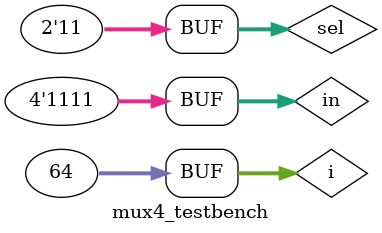
<source format=sv>
`timescale 1ns/10ps

module mux4(sel, in, out);
	input[1:0] sel; // 2
	input[3:0] in; // 4
	output out;
	wire out, out1, out2, out3, out4;
	wire[1:0] sel;
	wire[3:0] in;
	wire NOTsel0, NOTsel1;

	not #0.05 n1(NOTsel0, sel[0]);
	not #0.05 n2(NOTsel1, sel[1]);
	
	and #0.05 a1(out1, NOTsel0, NOTsel1, in[0]);
	and #0.05 a2(out2,  sel[0], NOTsel1, in[1]);
	and #0.05 a3(out3, NOTsel0,  sel[1], in[2]);
	and #0.05 a4(out4,  sel[0],  sel[1], in[3]);
	
	or #0.05 o1(out, out1, out2, out3, out4);
endmodule 


// Test bench for 4:1 mux
module mux4_testbench();           
	reg [1:0] sel; 
	reg [3:0] in; 
	wire out;      
	
	mux4 dut(.sel, .in, .out);
	
	integer i;
	initial begin            
		for(i=0; i<2**6; i++) begin
			{sel, in} = i; #10;       
		end            
	end            
endmodule      
</source>
